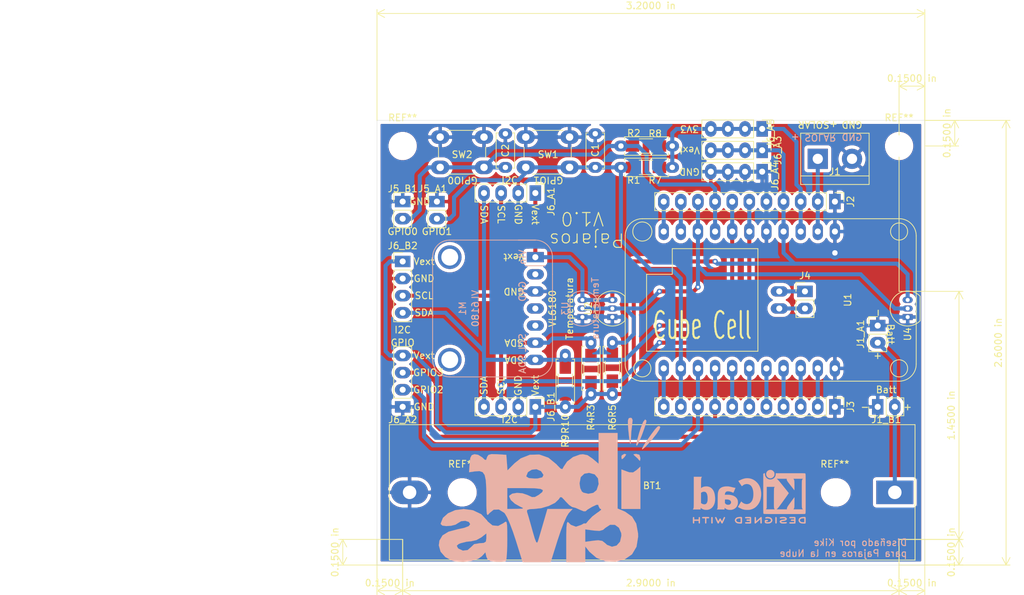
<source format=kicad_pcb>
(kicad_pcb (version 20171130) (host pcbnew "(5.1.6)-1")
  (title_block (title "Placa Adaptadora para CubeCell Board HTCC-AB01 ") (date 2020-04-07) (rev 1.0))
  (layers (0 F.Cu signal) (31 B.Cu signal) (34 B.Paste user hide) (35 F.Paste user hide) (36 B.SilkS user) (37 F.SilkS user) (38 B.Mask user hide) (39 F.Mask user hide) (44 Edge.Cuts user))
  (net 0 "")
  (net 1 +BATT)
  (net 2 GND)
  (net 3 /GPIO1)
  (net 4 "Net-(J2-Pad11)")
  (net 5 "Net-(J2-Pad10)")
  (net 6 /SDA)
  (net 7 /SCL)
  (net 8 /VEXT)
  (net 9 +3V3)
  (net 10 "Net-(J3-Pad2)")
  (net 11 "Net-(J3-Pad3)")
  (net 12 "Net-(J3-Pad4)")
  (net 13 "Net-(J3-Pad5)")
  (net 14 "Net-(J3-Pad6)")
  (net 15 "Net-(J3-Pad7)")
  (net 16 /GPIO2)
  (net 17 "Net-(J3-Pad11)")
  (net 18 /GPIO0)
  (net 19 /V+solar)
  (net 20 /GPIO5)
  (net 21 /GPIO3)
  (net 22 /GPIO7)
  (net 23 /GPIO6)
  (module Custom_lib:ibercivis (layer B.Cu) (at 115.57 120.65 180)
    (fp_text reference G*** hide)
    (fp_text value LOGO hide)
  )
  (module Symbols:KiCad-Logo2_8mm_SilkScreen (layer B.Cu) (at 144.145 121.92 180)
    (fp_text reference REF*** hide)
    (fp_text value KiCad-Logo2_8mm_SilkScreen hide)
  )
  (module Mounting_Holes:MountingHole_3.2mm_M3 (layer F.Cu) (at 101.6 121.285)
    (fp_text reference REF** (at 0 -4.2) (layer F.SilkS))
    (fp_text value MountingHole_3.2mm_M3)
    (pad 1 np_thru_hole circle (at 0 0) (size 3.2 3.2) (drill 3.2) (layers *.Cu *.Mask))
  )
  (module Mounting_Holes:MountingHole_3.2mm_M3 (layer F.Cu) (at 156.845 121.285)
    (fp_text reference REF** (at 0 -4.2) (layer F.SilkS))
    (fp_text value MountingHole_3.2mm_M3)
    (pad 1 np_thru_hole circle (at 0 0) (size 3.2 3.2) (drill 3.2) (layers *.Cu *.Mask))
  )
  (module Mounting_Holes:MountingHole_3.2mm_M3 (layer F.Cu) (at 166.37 69.85)
    (fp_text reference REF** (at 0 -4.2) (layer F.SilkS))
    (fp_text value MountingHole_3.2mm_M3)
    (pad 1 np_thru_hole circle (at 0 0) (size 3.2 3.2) (drill 3.2) (layers *.Cu *.Mask))
  )
  (module Mounting_Holes:MountingHole_3.2mm_M3 (layer F.Cu) (at 92.71 69.85)
    (fp_text reference REF** (at 0 -4.2) (layer F.SilkS))
    (fp_text value MountingHole_3.2mm_M3)
    (pad 1 np_thru_hole circle (at 0 0) (size 3.2 3.2) (drill 3.2) (layers *.Cu *.Mask))
  )
  (module Custom_lib:VL6180x (layer B.Cu) (at 112.395 93.98 270)
    (fp_text reference M1 (at 0 10.795 270) (layer B.SilkS) (effects (justify mirror)))
    (fp_text value VL6180)
    (fp_text user SDA (at 8.255 1.905 270) (layer B.SilkS) (effects (justify mirror)))
    (fp_text user SCL (at 5.08 1.905 270) (layer B.SilkS) (effects (justify mirror)))
    (fp_text user GND (at -2.54 1.905 270) (layer B.SilkS) (effects (justify mirror)))
    (fp_text user Vin (at -7.62 1.905 270) (layer B.SilkS) (effects (justify mirror)))
    (pad 7 thru_hole oval (at 7.62 0 270) (size 1.524 2.524) (drill 0.9) (layers *.Cu *.Mask) (net 6 /SDA))
    (pad 6 thru_hole oval (at 5.08 0 270) (size 1.524 2.524) (drill 0.9) (layers *.Cu *.Mask) (net 7 /SCL))
    (pad 5 thru_hole oval (at 2.54 0 270) (size 1.524 2.524) (drill 0.9) (layers *.Cu *.Mask))
    (pad 4 thru_hole oval (at 0 0 270) (size 1.524 2.524) (drill 0.9) (layers *.Cu *.Mask))
    (pad 3 thru_hole oval (at -2.54 0 270) (size 1.524 2.524) (drill 0.9) (layers *.Cu *.Mask) (net 2 GND))
    (pad P$2 thru_hole circle (at 7.62 12.7 270) (size 3.51 3.51) (drill 2.5) (layers *.Cu *.Mask))
    (pad 1 thru_hole rect (at -7.62 0 270) (size 1.524 2.524) (drill 0.9) (layers *.Cu *.Mask) (net 8 /VEXT))
    (pad 2 thru_hole oval (at -5.08 0 270) (size 1.524 2.524) (drill 0.9) (layers *.Cu *.Mask))
    (pad P$1 thru_hole circle (at -7.62 12.7 270) (size 3.51 3.51) (drill 2.5) (layers *.Cu *.Mask))
  )
  (module Custom_lib:BatteryHolder_MPD_BH-18650-PC2 (layer F.Cu) (at 165.735 121.285 180)
    (fp_text reference BT1 (at 36 1) (layer F.SilkS))
    (fp_text value Battery_Cell)
    (pad "" np_thru_hole circle (at 64.255 0 180) (size 3.2 3.2) (drill 3.2) (layers *.Cu *.Mask))
    (pad "" np_thru_hole circle (at 8.645 0 180) (size 3.2 3.2) (drill 3.2) (layers *.Cu *.Mask))
    (pad 1 thru_hole rect (at 0 0 180) (size 5.5 3.5) (drill 2) (layers *.Cu *.Mask) (net 1 +BATT))
    (pad 2 thru_hole oval (at 72 0 180) (size 5.5 3.5) (drill 2) (layers *.Cu *.Mask) (net 2 GND))
  )
  (module Custom_lib:C_Disc_D5.0mm_W2.5mm_P5.00mm (layer F.Cu) (at 121.285 73.025 90)
    (fp_text reference C1 (at 2.54 0 90) (layer F.SilkS))
    (fp_text value 1uF)
    (pad 1 thru_hole oval (at 0 0 90) (size 1.6 2) (drill 0.8) (layers *.Cu *.Mask) (net 3 /GPIO1))
    (pad 2 thru_hole oval (at 5 0 90) (size 1.6 2) (drill 0.8) (layers *.Cu *.Mask) (net 2 GND))
  )
  (module Custom_lib:C_Disc_D5.0mm_W2.5mm_P5.00mm (layer F.Cu) (at 107.95 73.025 90)
    (fp_text reference C2 (at 2.5 0 90) (layer F.SilkS))
    (fp_text value 1uF)
    (pad 2 thru_hole oval (at 5 0 90) (size 1.6 2) (drill 0.8) (layers *.Cu *.Mask) (net 2 GND))
    (pad 1 thru_hole oval (at 0 0 90) (size 1.6 2) (drill 0.8) (layers *.Cu *.Mask) (net 18 /GPIO0))
  )
  (module Custom_lib:R_Axial_DIN0207_L6.3mm_D2.5mm_P7.62mm_Horizontal (layer F.Cu) (at 125.095 73.025)
    (fp_text reference R1 (at 1.905 1.905) (layer F.SilkS))
    (fp_text value 10K)
    (pad 1 thru_hole oval (at 0 0) (size 2 1.6) (drill 0.8) (layers *.Cu *.Mask) (net 3 /GPIO1))
    (pad 2 thru_hole oval (at 7.62 0) (size 2 1.6) (drill 0.8) (layers *.Cu *.Mask) (net 9 +3V3))
  )
  (module Custom_lib:R_Axial_DIN0207_L6.3mm_D2.5mm_P7.62mm_Horizontal (layer F.Cu) (at 125.095 69.85)
    (fp_text reference R2 (at 1.905 -1.905) (layer F.SilkS))
    (fp_text value 10K)
    (pad 2 thru_hole oval (at 7.62 0) (size 2 1.6) (drill 0.8) (layers *.Cu *.Mask) (net 9 +3V3))
    (pad 1 thru_hole oval (at 0 0) (size 2 1.6) (drill 0.8) (layers *.Cu *.Mask) (net 18 /GPIO0))
  )
  (module Custom_lib:R_Axial_DIN0207_L6.3mm_D2.5mm_P7.62mm_Horizontal (layer F.Cu) (at 116.84 100.965 270)
    (fp_text reference R3 (at 8.255 -3.81 90) (layer F.SilkS))
    (fp_text value 10K)
    (pad 1 thru_hole oval (at 0 0 270) (size 2 1.6) (drill 0.8) (layers *.Cu *.Mask) (net 6 /SDA))
    (pad 2 thru_hole oval (at 7.62 0 270) (size 2 1.6) (drill 0.8) (layers *.Cu *.Mask) (net 8 /VEXT))
  )
  (module Custom_lib:R_Axial_DIN0207_L6.3mm_D2.5mm_P7.62mm_Horizontal (layer F.Cu) (at 120.65 99.06 270)
    (fp_text reference R4 (at 12.065 0 90) (layer F.SilkS))
    (fp_text value 10K)
    (pad 2 thru_hole oval (at 7.62 0 270) (size 2 1.6) (drill 0.8) (layers *.Cu *.Mask) (net 8 /VEXT))
    (pad 1 thru_hole oval (at 0 0 270) (size 2 1.6) (drill 0.8) (layers *.Cu *.Mask) (net 7 /SCL))
  )
  (module Custom_lib:SW_PUSH_6mm_H5mm (layer F.Cu) (at 117.475 73.025 180)
    (fp_text reference SW1 (at 3.175 1.905) (layer F.SilkS))
    (fp_text value SW_Push)
    (pad 1 thru_hole oval (at 6.5 0 270) (size 2 2.7) (drill 1.1) (layers *.Cu *.Mask) (net 3 /GPIO1))
    (pad 2 thru_hole oval (at 6.5 4.5 270) (size 2 2.7) (drill 1.1) (layers *.Cu *.Mask) (net 2 GND))
    (pad 1 thru_hole oval (at 0 0 270) (size 2 2.7) (drill 1.1) (layers *.Cu *.Mask) (net 3 /GPIO1))
    (pad 2 thru_hole oval (at 0 4.5 270) (size 2 2.7) (drill 1.1) (layers *.Cu *.Mask) (net 2 GND))
  )
  (module Custom_lib:SW_PUSH_6mm_H5mm (layer F.Cu) (at 104.775 73.025 180)
    (fp_text reference SW2 (at 3.25 1.905) (layer F.SilkS))
    (fp_text value SW_Push)
    (pad 2 thru_hole oval (at 0 4.5 270) (size 2 2.7) (drill 1.1) (layers *.Cu *.Mask) (net 2 GND))
    (pad 1 thru_hole oval (at 0 0 270) (size 2 2.7) (drill 1.1) (layers *.Cu *.Mask) (net 18 /GPIO0))
    (pad 2 thru_hole oval (at 6.5 4.5 270) (size 2 2.7) (drill 1.1) (layers *.Cu *.Mask) (net 2 GND))
    (pad 1 thru_hole oval (at 6.5 0 270) (size 2 2.7) (drill 1.1) (layers *.Cu *.Mask) (net 18 /GPIO0))
  )
  (module Custom_lib:CubeCell_HTCC-AB01 (layer F.Cu) (at 144.145 92.71 270)
    (fp_text reference U1 (at 0 -14.605 90) (layer F.SilkS))
    (fp_text value CUBECELL_HTCC-AB01)
    (fp_text user "Cube Cell" (at 3.81 6.985 180) (layer F.SilkS) (effects (font (size 4 2) (thickness 0.3))))
    (pad 24 thru_hole oval (at 1.27 -4.445 270) (size 1.524 2.524) (drill 0.9) (layers *.Cu *.Mask) (net 23 /GPIO6))
    (pad 23 thru_hole oval (at -1.27 -4.445 270) (size 1.524 2.524) (drill 0.9) (layers *.Cu *.Mask) (net 22 /GPIO7))
    (pad 12 thru_hole oval (at 10.16 12.7 270) (size 2.524 1.524) (drill 0.9) (layers *.Cu *.Mask) (net 17 "Net-(J3-Pad11)"))
    (pad 13 thru_hole oval (at 10.16 10.16 270) (size 2.524 1.524) (drill 0.9) (layers *.Cu *.Mask) (net 3 /GPIO1))
    (pad 14 thru_hole oval (at 10.16 7.62 270) (size 2.524 1.524) (drill 0.9) (layers *.Cu *.Mask) (net 16 /GPIO2))
    (pad 15 thru_hole oval (at 10.16 5.08 270) (size 2.524 1.524) (drill 0.9) (layers *.Cu *.Mask) (net 21 /GPIO3))
    (pad 16 thru_hole oval (at 10.16 2.54 270) (size 2.524 1.524) (drill 0.9) (layers *.Cu *.Mask) (net 15 "Net-(J3-Pad7)"))
    (pad 17 thru_hole oval (at 10.16 0 270) (size 2.524 1.524) (drill 0.9) (layers *.Cu *.Mask) (net 14 "Net-(J3-Pad6)"))
    (pad 18 thru_hole oval (at 10.16 -2.54 270) (size 2.524 1.524) (drill 0.9) (layers *.Cu *.Mask) (net 13 "Net-(J3-Pad5)"))
    (pad 19 thru_hole oval (at 10.16 -5.08 270) (size 2.524 1.524) (drill 0.9) (layers *.Cu *.Mask) (net 12 "Net-(J3-Pad4)"))
    (pad 20 thru_hole oval (at 10.16 -7.62 270) (size 2.524 1.524) (drill 0.9) (layers *.Cu *.Mask) (net 11 "Net-(J3-Pad3)"))
    (pad 21 thru_hole oval (at 10.16 -10.16 270) (size 2.524 1.524) (drill 0.9) (layers *.Cu *.Mask) (net 10 "Net-(J3-Pad2)"))
    (pad 11 thru_hole oval (at -10.16 12.7 270) (size 2.524 1.524) (drill 0.9) (layers *.Cu *.Mask) (net 4 "Net-(J2-Pad11)"))
    (pad 10 thru_hole oval (at -10.16 10.16 270) (size 2.524 1.524) (drill 0.9) (layers *.Cu *.Mask) (net 5 "Net-(J2-Pad10)"))
    (pad 9 thru_hole oval (at -10.16 7.62 270) (size 2.524 1.524) (drill 0.9) (layers *.Cu *.Mask) (net 20 /GPIO5))
    (pad 8 thru_hole oval (at -10.16 5.08 270) (size 2.524 1.524) (drill 0.9) (layers *.Cu *.Mask) (net 18 /GPIO0))
    (pad 7 thru_hole oval (at -10.16 2.54 270) (size 2.524 1.524) (drill 0.9) (layers *.Cu *.Mask) (net 6 /SDA))
    (pad 6 thru_hole oval (at -10.16 0 270) (size 2.524 1.524) (drill 0.9) (layers *.Cu *.Mask) (net 7 /SCL))
    (pad 5 thru_hole oval (at -10.16 -2.54 270) (size 2.524 1.524) (drill 0.9) (layers *.Cu *.Mask) (net 2 GND))
    (pad 4 thru_hole oval (at -10.16 -5.08 270) (size 2.524 1.524) (drill 0.9) (layers *.Cu *.Mask) (net 8 /VEXT))
    (pad 3 thru_hole oval (at -10.16 -7.62 270) (size 2.524 1.524) (drill 0.9) (layers *.Cu *.Mask) (net 9 +3V3))
    (pad 2 thru_hole oval (at -10.16 -10.16 270) (size 2.524 1.524) (drill 0.9) (layers *.Cu *.Mask) (net 19 /V+solar))
    (pad 22 thru_hole oval (at 10.16 -12.7 270) (size 2.524 1.524) (drill 0.9) (layers *.Cu *.Mask) (net 2 GND))
    (pad 1 thru_hole oval (at -10.16 -12.7 270) (size 2.524 1.524) (drill 0.9) (layers *.Cu *.Mask) (net 2 GND))
  )
  (module Custom_lib:PinHeader_1x11_P2.54mm_Vertical (layer F.Cu) (at 156.845 78.105 270)
    (fp_text reference J2 (at 0 -2.33 90) (layer F.SilkS))
    (fp_text value CONECTOR_A)
    (pad 1 thru_hole rect (at 0 0 270) (size 2.3 1.7) (drill 0.9) (layers *.Cu *.Mask) (net 2 GND))
    (pad 2 thru_hole oval (at 0 2.54 270) (size 2.3 1.7) (drill 0.9) (layers *.Cu *.Mask) (net 19 /V+solar))
    (pad 3 thru_hole oval (at 0 5.08 270) (size 2.3 1.7) (drill 0.9) (layers *.Cu *.Mask) (net 9 +3V3))
    (pad 4 thru_hole oval (at 0 7.62 270) (size 2.3 1.7) (drill 0.9) (layers *.Cu *.Mask) (net 8 /VEXT))
    (pad 5 thru_hole oval (at 0 10.16 270) (size 2.3 1.7) (drill 0.9) (layers *.Cu *.Mask) (net 2 GND))
    (pad 6 thru_hole oval (at 0 12.7 270) (size 2.3 1.7) (drill 0.9) (layers *.Cu *.Mask) (net 7 /SCL))
    (pad 7 thru_hole oval (at 0 15.24 270) (size 2.3 1.7) (drill 0.9) (layers *.Cu *.Mask) (net 6 /SDA))
    (pad 8 thru_hole oval (at 0 17.78 270) (size 2.3 1.7) (drill 0.9) (layers *.Cu *.Mask) (net 18 /GPIO0))
    (pad 9 thru_hole oval (at 0 20.32 270) (size 2.3 1.7) (drill 0.9) (layers *.Cu *.Mask) (net 20 /GPIO5))
    (pad 10 thru_hole oval (at 0 22.86 270) (size 2.3 1.7) (drill 0.9) (layers *.Cu *.Mask) (net 5 "Net-(J2-Pad10)"))
    (pad 11 thru_hole oval (at 0 25.4 270) (size 2.3 1.7) (drill 0.9) (layers *.Cu *.Mask) (net 4 "Net-(J2-Pad11)"))
  )
  (module Custom_lib:PinHeader_1x11_P2.54mm_Vertical (layer F.Cu) (at 156.845 108.585 270)
    (fp_text reference J3 (at 0 -2.33 90) (layer F.SilkS))
    (fp_text value CONECTOR_B)
    (pad 1 thru_hole rect (at 0 0 270) (size 2.3 1.7) (drill 0.9) (layers *.Cu *.Mask) (net 2 GND))
    (pad 2 thru_hole oval (at 0 2.54 270) (size 2.3 1.7) (drill 0.9) (layers *.Cu *.Mask) (net 10 "Net-(J3-Pad2)"))
    (pad 3 thru_hole oval (at 0 5.08 270) (size 2.3 1.7) (drill 0.9) (layers *.Cu *.Mask) (net 11 "Net-(J3-Pad3)"))
    (pad 4 thru_hole oval (at 0 7.62 270) (size 2.3 1.7) (drill 0.9) (layers *.Cu *.Mask) (net 12 "Net-(J3-Pad4)"))
    (pad 5 thru_hole oval (at 0 10.16 270) (size 2.3 1.7) (drill 0.9) (layers *.Cu *.Mask) (net 13 "Net-(J3-Pad5)"))
    (pad 6 thru_hole oval (at 0 12.7 270) (size 2.3 1.7) (drill 0.9) (layers *.Cu *.Mask) (net 14 "Net-(J3-Pad6)"))
    (pad 7 thru_hole oval (at 0 15.24 270) (size 2.3 1.7) (drill 0.9) (layers *.Cu *.Mask) (net 15 "Net-(J3-Pad7)"))
    (pad 8 thru_hole oval (at 0 17.78 270) (size 2.3 1.7) (drill 0.9) (layers *.Cu *.Mask) (net 21 /GPIO3))
    (pad 9 thru_hole oval (at 0 20.32 270) (size 2.3 1.7) (drill 0.9) (layers *.Cu *.Mask) (net 16 /GPIO2))
    (pad 10 thru_hole oval (at 0 22.86 270) (size 2.3 1.7) (drill 0.9) (layers *.Cu *.Mask) (net 3 /GPIO1))
    (pad 11 thru_hole oval (at 0 25.4 270) (size 2.3 1.7) (drill 0.9) (layers *.Cu *.Mask) (net 17 "Net-(J3-Pad11)"))
  )
  (module Custom_lib:PinHeader_1x02_P2.54mm_Vertical_custom (layer F.Cu) (at 152.4 91.44)
    (fp_text reference J4 (at 0 -2.33) (layer F.SilkS))
    (fp_text value extras)
    (pad 1 thru_hole rect (at 0 0) (size 2.3 1.7) (drill 0.9) (layers *.Cu *.Mask) (net 22 /GPIO7))
    (pad 2 thru_hole oval (at 0 2.54) (size 2.3 1.7) (drill 0.9) (layers *.Cu *.Mask) (net 23 /GPIO6))
  )
  (module Custom_lib:PinHeader_1x02_P2.54mm_Vertical_custom (layer F.Cu) (at 163.195 96.52)
    (fp_text reference J1_A1 (at -2.54 1.27 90) (layer F.SilkS))
    (fp_text value BAT_1)
    (pad 1 thru_hole rect (at 0 0) (size 2.3 1.7) (drill 0.9) (layers *.Cu *.Mask) (net 2 GND))
    (pad 2 thru_hole oval (at 0 2.54) (size 2.3 1.7) (drill 0.9) (layers *.Cu *.Mask) (net 1 +BATT))
  )
  (module Custom_lib:PinHeader_1x02_P2.54mm_Vertical_custom (layer F.Cu) (at 163.195 108.585 90)
    (fp_text reference J1_B1 (at -1.905 1.27 180) (layer F.SilkS))
    (fp_text value BAT_2)
    (pad 1 thru_hole rect (at 0 0 90) (size 2.3 1.7) (drill 0.9) (layers *.Cu *.Mask) (net 2 GND))
    (pad 2 thru_hole oval (at 0 2.54 90) (size 2.3 1.7) (drill 0.9) (layers *.Cu *.Mask) (net 1 +BATT))
  )
  (module Custom_lib:PinHeader_1x02_P2.54mm_Vertical_custom (layer F.Cu) (at 97.79 78.105)
    (fp_text reference J5_A1 (at -0.635 -1.905) (layer F.SilkS))
    (fp_text value INT1)
    (pad 1 thru_hole rect (at 0 0) (size 2.3 1.7) (drill 0.9) (layers *.Cu *.Mask) (net 2 GND))
    (pad 2 thru_hole oval (at 0 2.54) (size 2.3 1.7) (drill 0.9) (layers *.Cu *.Mask) (net 3 /GPIO1))
  )
  (module Custom_lib:PinHeader_1x02_P2.54mm_Vertical_custom (layer F.Cu) (at 92.71 78.105)
    (fp_text reference J5_B1 (at 0 -1.905) (layer F.SilkS))
    (fp_text value INT2)
    (pad 1 thru_hole rect (at 0 0) (size 2.3 1.7) (drill 0.9) (layers *.Cu *.Mask) (net 2 GND))
    (pad 2 thru_hole oval (at 0 2.54) (size 2.3 1.7) (drill 0.9) (layers *.Cu *.Mask) (net 18 /GPIO0))
  )
  (module Custom_lib:PinHeader_1x04_P2.54mm_Vertical (layer F.Cu) (at 112.395 76.835 270)
    (fp_text reference J6_A1 (at 1.27 -2.33 90) (layer F.SilkS))
    (fp_text value I2C_A)
    (pad 1 thru_hole rect (at 0 0 270) (size 2.3 1.7) (drill 0.9) (layers *.Cu *.Mask) (net 8 /VEXT))
    (pad 2 thru_hole oval (at 0 2.54 270) (size 2.3 1.7) (drill 0.9) (layers *.Cu *.Mask) (net 2 GND))
    (pad 3 thru_hole oval (at 0 5.08 270) (size 2.3 1.7) (drill 0.9) (layers *.Cu *.Mask) (net 7 /SCL))
    (pad 4 thru_hole oval (at 0 7.62 270) (size 2.3 1.7) (drill 0.9) (layers *.Cu *.Mask) (net 6 /SDA))
  )
  (module Custom_lib:PinHeader_1x04_P2.54mm_Vertical (layer F.Cu) (at 112.395 108.585 270)
    (fp_text reference J6_B1 (at 0 -2.33 90) (layer F.SilkS))
    (fp_text value I2C_B)
    (pad 1 thru_hole rect (at 0 0 270) (size 2.3 1.7) (drill 0.9) (layers *.Cu *.Mask) (net 8 /VEXT))
    (pad 2 thru_hole oval (at 0 2.54 270) (size 2.3 1.7) (drill 0.9) (layers *.Cu *.Mask) (net 2 GND))
    (pad 3 thru_hole oval (at 0 5.08 270) (size 2.3 1.7) (drill 0.9) (layers *.Cu *.Mask) (net 7 /SCL))
    (pad 4 thru_hole oval (at 0 7.62 270) (size 2.3 1.7) (drill 0.9) (layers *.Cu *.Mask) (net 6 /SDA))
  )
  (module Terminal_Blocks:TerminalBlock_bornier-2_P5.08mm (layer F.Cu) (at 154.305 71.755)
    (fp_text reference J1 (at 2.54 1.905) (layer F.SilkS))
    (fp_text value "Solar Cell")
    (pad 2 thru_hole circle (at 5.08 0) (size 3 3) (drill 1.52) (layers *.Cu *.Mask) (net 2 GND))
    (pad 1 thru_hole rect (at 0 0) (size 3 3) (drill 1.52) (layers *.Cu *.Mask) (net 19 /V+solar))
  )
  (module Custom_lib:R_Axial_DIN0207_L6.3mm_D2.5mm_P7.62mm_Horizontal (layer F.Cu) (at 123.825 99.06 270)
    (fp_text reference R5 (at 10.16 0 90) (layer F.SilkS))
    (fp_text value 10K)
    (pad 2 thru_hole oval (at 7.62 0 270) (size 2 1.6) (drill 0.8) (layers *.Cu *.Mask) (net 8 /VEXT))
    (pad 1 thru_hole oval (at 0 0 270) (size 2 1.6) (drill 0.8) (layers *.Cu *.Mask) (net 20 /GPIO5))
  )
  (module Resistors_SMD:R_1206_HandSoldering (layer F.Cu) (at 123.825 102.775 270)
    (fp_text reference R6 (at 8.35 0 90) (layer F.SilkS))
    (fp_text value 10K)
    (pad 1 smd rect (at -2 0 270) (size 2 1.7) (layers F.Cu F.Paste F.Mask) (net 20 /GPIO5))
    (pad 2 smd rect (at 2 0 270) (size 2 1.7) (layers F.Cu F.Paste F.Mask) (net 8 /VEXT))
  )
  (module Resistors_SMD:R_1206_HandSoldering (layer F.Cu) (at 128.81 73.025)
    (fp_text reference R7 (at 1.365 1.905) (layer F.SilkS))
    (fp_text value 10K)
    (pad 1 smd rect (at -2 0) (size 2 1.7) (layers F.Cu F.Paste F.Mask) (net 3 /GPIO1))
    (pad 2 smd rect (at 2 0) (size 2 1.7) (layers F.Cu F.Paste F.Mask) (net 9 +3V3))
  )
  (module Resistors_SMD:R_1206_HandSoldering (layer F.Cu) (at 128.81 69.85)
    (fp_text reference R8 (at 1.365 -1.85) (layer F.SilkS))
    (fp_text value 10K)
    (pad 2 smd rect (at 2 0) (size 2 1.7) (layers F.Cu F.Paste F.Mask) (net 9 +3V3))
    (pad 1 smd rect (at -2 0) (size 2 1.7) (layers F.Cu F.Paste F.Mask) (net 18 /GPIO0))
  )
  (module Resistors_SMD:R_1206_HandSoldering (layer F.Cu) (at 120.65 102.965 90)
    (fp_text reference R9 (at -10.7 -3.81 90) (layer F.SilkS))
    (fp_text value 10K)
    (pad 2 smd rect (at 2 0 90) (size 2 1.7) (layers F.Cu F.Paste F.Mask) (net 7 /SCL))
    (pad 1 smd rect (at -2 0 90) (size 2 1.7) (layers F.Cu F.Paste F.Mask) (net 8 /VEXT))
  )
  (module Resistors_SMD:R_1206_HandSoldering (layer F.Cu) (at 116.84 104.68 90)
    (fp_text reference R10 (at -6.445 0 90) (layer F.SilkS))
    (fp_text value 10K)
    (pad 2 smd rect (at 2 0 90) (size 2 1.7) (layers F.Cu F.Paste F.Mask) (net 6 /SDA))
    (pad 1 smd rect (at -2 0 90) (size 2 1.7) (layers F.Cu F.Paste F.Mask) (net 8 /VEXT))
  )
  (module TO_SOT_Packages_THT:TO-92_Inline_Narrow_Oval (layer F.Cu) (at 123.825 95.25 90)
    (fp_text reference U2 (at 1.27 -3.56 90) (layer F.SilkS))
    (fp_text value DS18B20)
    (pad 1 thru_hole rect (at 0 0 270) (size 0.9 1.5) (drill 0.6) (layers *.Cu *.Mask) (net 2 GND))
    (pad 3 thru_hole oval (at 2.54 0 270) (size 0.9 1.5) (drill 0.6) (layers *.Cu *.Mask) (net 8 /VEXT))
    (pad 2 thru_hole oval (at 1.27 0 270) (size 0.9 1.5) (drill 0.6) (layers *.Cu *.Mask) (net 20 /GPIO5))
  )
  (module TO_SOT_Packages_THT:TO-92_Inline_Narrow_Oval (layer B.Cu) (at 119.38 95.25 90)
    (fp_text reference U3 (at 1.27 -2.54 270) (layer B.SilkS) (effects (justify mirror)))
    (fp_text value DS18B20)
    (pad 2 thru_hole oval (at 1.27 0 270) (size 0.9 1.5) (drill 0.6) (layers *.Cu *.Mask) (net 20 /GPIO5))
    (pad 3 thru_hole oval (at 2.54 0 270) (size 0.9 1.5) (drill 0.6) (layers *.Cu *.Mask) (net 8 /VEXT))
    (pad 1 thru_hole rect (at 0 0 270) (size 0.9 1.5) (drill 0.6) (layers *.Cu *.Mask) (net 2 GND))
  )
  (module TO_SOT_Packages_THT:TO-92_Inline_Narrow_Oval (layer F.Cu) (at 167.64 95.25 90)
    (fp_text reference U4 (at -2.54 0 90) (layer F.SilkS))
    (fp_text value DS18B20)
    (pad 1 thru_hole rect (at 0 0 270) (size 0.9 1.5) (drill 0.6) (layers *.Cu *.Mask) (net 2 GND))
    (pad 3 thru_hole oval (at 2.54 0 270) (size 0.9 1.5) (drill 0.6) (layers *.Cu *.Mask) (net 8 /VEXT))
    (pad 2 thru_hole oval (at 1.27 0 270) (size 0.9 1.5) (drill 0.6) (layers *.Cu *.Mask) (net 20 /GPIO5))
  )
  (module Custom_lib:PinHeader_1x04_P2.54mm_Vertical (layer F.Cu) (at 92.71 86.995)
    (fp_text reference J6_B2 (at 0 -2.33) (layer F.SilkS))
    (fp_text value I2C_c)
    (pad 4 thru_hole oval (at 0 7.62) (size 2.3 1.7) (drill 0.9) (layers *.Cu *.Mask) (net 6 /SDA))
    (pad 3 thru_hole oval (at 0 5.08) (size 2.3 1.7) (drill 0.9) (layers *.Cu *.Mask) (net 7 /SCL))
    (pad 2 thru_hole oval (at 0 2.54) (size 2.3 1.7) (drill 0.9) (layers *.Cu *.Mask) (net 2 GND))
    (pad 1 thru_hole rect (at 0 0) (size 2.3 1.7) (drill 0.9) (layers *.Cu *.Mask) (net 8 /VEXT))
  )
  (module Custom_lib:PinHeader_1x04_P2.54mm_Vertical (layer F.Cu) (at 92.71 108.585 180)
    (fp_text reference J6_A2 (at 0 -1.905) (layer F.SilkS))
    (fp_text value GPIO)
    (pad 4 thru_hole oval (at 0 7.62 180) (size 2.3 1.7) (drill 0.9) (layers *.Cu *.Mask) (net 8 /VEXT))
    (pad 3 thru_hole oval (at 0 5.08 180) (size 2.3 1.7) (drill 0.9) (layers *.Cu *.Mask) (net 21 /GPIO3))
    (pad 2 thru_hole oval (at 0 2.54 180) (size 2.3 1.7) (drill 0.9) (layers *.Cu *.Mask) (net 16 /GPIO2))
    (pad 1 thru_hole rect (at 0 0 180) (size 2.3 1.7) (drill 0.9) (layers *.Cu *.Mask) (net 2 GND))
  )
  (module Custom_lib:PinHeader_1x04_P2.54mm_Vertical (layer F.Cu) (at 146.05 70.485 270)
    (fp_text reference J6_A3 (at 0 -2.33 90) (layer F.SilkS))
    (fp_text value VEXT)
    (pad 4 thru_hole oval (at 0 7.62 270) (size 2.3 1.7) (drill 0.9) (layers *.Cu *.Mask) (net 8 /VEXT))
    (pad 3 thru_hole oval (at 0 5.08 270) (size 2.3 1.7) (drill 0.9) (layers *.Cu *.Mask) (net 8 /VEXT))
    (pad 2 thru_hole oval (at 0 2.54 270) (size 2.3 1.7) (drill 0.9) (layers *.Cu *.Mask) (net 8 /VEXT))
    (pad 1 thru_hole rect (at 0 0 270) (size 2.3 1.7) (drill 0.9) (layers *.Cu *.Mask) (net 8 /VEXT))
  )
  (module Custom_lib:PinHeader_1x04_P2.54mm_Vertical (layer F.Cu) (at 146.05 73.66 270)
    (fp_text reference J6_A4 (at 0.635 -1.905 90) (layer F.SilkS))
    (fp_text value GND)
    (pad 1 thru_hole rect (at 0 0 270) (size 2.3 1.7) (drill 0.9) (layers *.Cu *.Mask) (net 2 GND))
    (pad 2 thru_hole oval (at 0 2.54 270) (size 2.3 1.7) (drill 0.9) (layers *.Cu *.Mask) (net 2 GND))
    (pad 3 thru_hole oval (at 0 5.08 270) (size 2.3 1.7) (drill 0.9) (layers *.Cu *.Mask) (net 2 GND))
    (pad 4 thru_hole oval (at 0 7.62 270) (size 2.3 1.7) (drill 0.9) (layers *.Cu *.Mask) (net 2 GND))
  )
  (module Custom_lib:PinHeader_1x04_P2.54mm_Vertical (layer F.Cu) (at 146.05 67.31 270)
    (fp_text reference J6_A5 (at 0.635 -1.27 90) (layer F.SilkS))
    (fp_text value 3V3)
    (pad 4 thru_hole oval (at 0 7.62 270) (size 2.3 1.7) (drill 0.9) (layers *.Cu *.Mask) (net 9 +3V3))
    (pad 3 thru_hole oval (at 0 5.08 270) (size 2.3 1.7) (drill 0.9) (layers *.Cu *.Mask) (net 9 +3V3))
    (pad 2 thru_hole oval (at 0 2.54 270) (size 2.3 1.7) (drill 0.9) (layers *.Cu *.Mask) (net 9 +3V3))
    (pad 1 thru_hole rect (at 0 0 270) (size 2.3 1.7) (drill 0.9) (layers *.Cu *.Mask) (net 9 +3V3))
  )
  (gr_text VL6180 (at 114.935 93.98 90) (layer F.SilkS) (effects (font (size 1 1))))
  (gr_text GPIO (at 92.71 99.06) (layer F.SilkS) (effects (font (size 1 1))))
  (gr_text V1.0 (at 119.38 80.645 180) (layer F.SilkS) (effects (font (size 2 2))))
  (gr_text Pajaros (at 120.015 83.82 180) (layer F.SilkS) (effects (font (size 2 2))))
  (gr_text Temperatura (at 117.475 93.98 90) (layer F.SilkS) (effects (font (size 1 1))))
  (gr_text Vext (at 109.22 86.36 180) (layer F.SilkS) (effects (font (size 1 1))))
  (gr_text GND (at 109.22 91.44 180) (layer F.SilkS) (effects (font (size 1 1))))
  (gr_text SDA (at 109.22 99.06 180) (layer F.SilkS) (effects (font (size 1 1))))
  (gr_text SDA (at 109.22 101.6 180) (layer F.SilkS) (effects (font (size 1 1))))
  (gr_text Vext (at 95.885 100.965) (layer F.SilkS) (effects (font (size 1 1))))
  (gr_text GND (at 95.885 108.585) (layer F.SilkS) (effects (font (size 1 1))))
  (gr_text GPIO3 (at 96.52 103.505) (layer F.SilkS) (effects (font (size 1 1))))
  (gr_text GPIO2 (at 96.52 106.045) (layer F.SilkS) (effects (font (size 1 1))))
  (gr_text GND (at 95.25 78.105) (layer F.SilkS) (effects (font (size 1 1))))
  (gr_text GPIO1 (at 97.79 82.55) (layer F.SilkS) (effects (font (size 1 1))))
  (gr_text GPIO0 (at 92.71 82.55) (layer F.SilkS) (effects (font (size 1 1))))
  (gr_text GPIO0 (at 101.6 74.93 180) (layer F.SilkS) (effects (font (size 1 1))))
  (gr_text GPIO1 (at 114.3 74.93 180) (layer F.SilkS) (effects (font (size 1 1))))
  (gr_text Vext (at 112.395 80.01 270) (layer F.SilkS) (effects (font (size 1 1))))
  (gr_text GND (at 109.855 80.01 270) (layer F.SilkS) (effects (font (size 1 1))))
  (gr_text SDA (at 104.775 80.01 270) (layer F.SilkS) (effects (font (size 1 1))))
  (gr_text SCL (at 107.315 80.01 270) (layer F.SilkS) (effects (font (size 1 1))))
  (gr_text I2C (at 108.585 74.93) (layer F.SilkS) (effects (font (size 1 1))))
  (gr_text I2C (at 92.71 97.155) (layer F.SilkS) (effects (font (size 1 1))))
  (gr_text I2C (at 108.585 110.49) (layer F.SilkS) (effects (font (size 1 1))))
  (gr_text Vext (at 95.885 86.995) (layer F.SilkS) (effects (font (size 1 1))))
  (gr_text GND (at 95.885 89.535) (layer F.SilkS) (effects (font (size 1 1))))
  (gr_text SDA (at 95.885 94.615) (layer F.SilkS) (effects (font (size 1 1))))
  (gr_text SCL (at 95.885 92.075) (layer F.SilkS) (effects (font (size 1 1))))
  (gr_text Vext (at 112.395 105.41 90) (layer F.SilkS) (effects (font (size 1 1))))
  (gr_text GND (at 109.855 105.41 90) (layer F.SilkS) (effects (font (size 1 1))))
  (gr_text SCL (at 107.315 105.41 90) (layer F.SilkS) (effects (font (size 1 1))))
  (gr_text SDA (at 104.775 105.41 90) (layer F.SilkS) (effects (font (size 1 1))))
  (gr_text 3V3 (at 135.255 67.31 180) (layer F.SilkS) (effects (font (size 1 1))))
  (gr_text Vext (at 135.255 70.485 180) (layer F.SilkS) (effects (font (size 1 1))))
  (gr_text GND (at 135.255 73.66 180) (layer F.SilkS) (effects (font (size 1 1))))
  (gr_text - (at 163.195 94.615 90) (layer F.SilkS) (effects (font (size 1 1))))
  (gr_text + (at 163.195 100.965) (layer F.SilkS) (effects (font (size 1 1))))
  (gr_text Batt (at 165.1 97.79 270) (layer F.SilkS) (effects (font (size 1 1))))
  (gr_text - (at 161.29 108.585) (layer F.SilkS) (effects (font (size 1 1))))
  (gr_text + (at 167.64 108.585) (layer F.SilkS) (effects (font (size 1 1))))
  (gr_text Batt (at 164.465 106.045) (layer F.SilkS) (effects (font (size 1 1))))
  (gr_text Temperatura (at 121.285 93.98 90) (layer B.SilkS) (effects (font (size 1 1)) (justify mirror)))
  (gr_text VL6180 (at 103.505 93.98 90) (layer B.SilkS) (effects (font (size 1 1)) (justify mirror)))
  (gr_text "Diseñado por Kike \npara Pajaros en la Nube" (at 167.64 129.54) (layer B.SilkS) (effects (font (size 1 1)) (justify left mirror)))
  (dimension 3.81 (width 0.12) (layer F.SilkS) (gr_text "3,810 mm" (at 175.895 67.945 270) (layer F.SilkS) (effects (font (size 1 1) (thickness 0.15)))) (feature1 (pts (xy 170.18 69.85) (xy 175.211421 69.85))) (feature2 (pts (xy 170.18 66.04) (xy 175.211421 66.04))) (crossbar (pts (xy 174.625 66.04) (xy 174.625 69.85))) (arrow1a (pts (xy 174.625 69.85) (xy 174.038579 68.723496))) (arrow1b (pts (xy 174.625 69.85) (xy 175.211421 68.723496))) (arrow2a (pts (xy 174.625 66.04) (xy 174.038579 67.166504))) (arrow2b (pts (xy 174.625 66.04) (xy 175.211421 67.166504))))
  (gr_text GND (at 159.385 68.58) (layer B.SilkS) (effects (font (size 1 1)) (justify mirror)))
  (gr_text GND (at 159.385 66.675 180) (layer F.SilkS) (effects (font (size 1 1))))
  (gr_text "+ SOLAR" (at 153.67 68.58 180) (layer B.SilkS) (effects (font (size 1 1)) (justify mirror)))
  (gr_text +SOLAR (at 154.305 66.675 180) (layer F.SilkS) (effects (font (size 1 1))))
  (dimension 36.83 (width 0.12) (layer F.SilkS) (gr_text "36,830 mm" (at 176.53 109.855 90) (layer F.SilkS) (effects (font (size 1 1) (thickness 0.15)))) (feature1 (pts (xy 166.37 91.44) (xy 175.846421 91.44))) (feature2 (pts (xy 166.37 128.27) (xy 175.846421 128.27))) (crossbar (pts (xy 175.26 128.27) (xy 175.26 91.44))) (arrow1a (pts (xy 175.26 91.44) (xy 175.846421 92.566504))) (arrow1b (pts (xy 175.26 91.44) (xy 174.673579 92.566504))) (arrow2a (pts (xy 175.26 128.27) (xy 175.846421 127.143496))) (arrow2b (pts (xy 175.26 128.27) (xy 174.673579 127.143496))))
  (dimension 3.81 (width 0.12) (layer F.SilkS) (gr_text "3,810 mm" (at 168.275 137.16) (layer F.SilkS) (effects (font (size 1 1) (thickness 0.15)))) (feature1 (pts (xy 170.18 128.27) (xy 170.18 136.476421))) (feature2 (pts (xy 166.37 128.27) (xy 166.37 136.476421))) (crossbar (pts (xy 166.37 135.89) (xy 170.18 135.89))) (arrow1a (pts (xy 170.18 135.89) (xy 169.053496 136.476421))) (arrow1b (pts (xy 170.18 135.89) (xy 169.053496 135.303579))) (arrow2a (pts (xy 166.37 135.89) (xy 167.496504 136.476421))) (arrow2b (pts (xy 166.37 135.89) (xy 167.496504 135.303579))))
  (dimension 73.66 (width 0.12) (layer F.SilkS) (gr_text "73,660 mm" (at 129.54 137.159999) (layer F.SilkS) (effects (font (size 1 1) (thickness 0.15)))) (feature1 (pts (xy 166.37 128.27) (xy 166.37 136.47642))) (feature2 (pts (xy 92.71 128.27) (xy 92.71 136.47642))) (crossbar (pts (xy 92.71 135.889999) (xy 166.37 135.889999))) (arrow1a (pts (xy 166.37 135.889999) (xy 165.243496 136.47642))) (arrow1b (pts (xy 166.37 135.889999) (xy 165.243496 135.303578))) (arrow2a (pts (xy 92.71 135.889999) (xy 93.836504 136.47642))) (arrow2b (pts (xy 92.71 135.889999) (xy 93.836504 135.303578))))
  (dimension 3.81 (width 0.12) (layer F.SilkS) (gr_text "3,810 mm" (at 90.805 137.16) (layer F.SilkS) (effects (font (size 1 1) (thickness 0.15)))) (feature1 (pts (xy 88.9 128.27) (xy 88.9 136.476421))) (feature2 (pts (xy 92.71 128.27) (xy 92.71 136.476421))) (crossbar (pts (xy 92.71 135.89) (xy 88.9 135.89))) (arrow1a (pts (xy 88.9 135.89) (xy 90.026504 135.303579))) (arrow1b (pts (xy 88.9 135.89) (xy 90.026504 136.476421))) (arrow2a (pts (xy 92.71 135.89) (xy 91.583496 135.303579))) (arrow2b (pts (xy 92.71 135.89) (xy 91.583496 136.476421))))
  (dimension 66.04 (width 0.12) (layer F.SilkS) (gr_text "66,040 mm" (at 183.515 99.06 90) (layer F.SilkS) (effects (font (size 1 1) (thickness 0.15)))) (feature1 (pts (xy 170.18 66.04) (xy 182.831421 66.04))) (feature2 (pts (xy 170.18 132.08) (xy 182.831421 132.08))) (crossbar (pts (xy 182.245 132.08) (xy 182.245 66.04))) (arrow1a (pts (xy 182.245 66.04) (xy 182.831421 67.166504))) (arrow1b (pts (xy 182.245 66.04) (xy 181.658579 67.166504))) (arrow2a (pts (xy 182.245 132.08) (xy 182.831421 130.953496))) (arrow2b (pts (xy 182.245 132.08) (xy 181.658579 130.953496))))
  (dimension 3.81 (width 0.12) (layer F.SilkS) (gr_text "3,810 mm" (at 176.53 130.175 270) (layer F.SilkS) (effects (font (size 1 1) (thickness 0.15)))) (feature1 (pts (xy 166.37 132.08) (xy 175.846421 132.08))) (feature2 (pts (xy 166.37 128.27) (xy 175.846421 128.27))) (crossbar (pts (xy 175.26 128.27) (xy 175.26 132.08))) (arrow1a (pts (xy 175.26 132.08) (xy 174.673579 130.953496))) (arrow1b (pts (xy 175.26 132.08) (xy 175.846421 130.953496))) (arrow2a (pts (xy 175.26 128.27) (xy 174.673579 129.396504))) (arrow2b (pts (xy 175.26 128.27) (xy 175.846421 129.396504))))
  (gr_line (start 88.9 132.08) (end 88.9 66.04) (layer Edge.Cuts) (width 0.05))
  (gr_line (start 170.18 132.08) (end 88.9 132.08) (layer Edge.Cuts) (width 0.05))
  (gr_line (start 170.18 66.04) (end 170.18 132.08) (layer Edge.Cuts) (width 0.05))
  (gr_line (start 88.9 66.04) (end 170.18 66.04) (layer Edge.Cuts) (width 0.05))
  (dimension 3.81 (width 0.12) (layer F.SilkS) (gr_text "3,810 mm" (at 168.275 59.69) (layer F.SilkS) (effects (font (size 1 1) (thickness 0.15)))) (feature1 (pts (xy 170.18 91.44) (xy 170.18 60.373579))) (feature2 (pts (xy 166.37 91.44) (xy 166.37 60.373579))) (crossbar (pts (xy 166.37 60.96) (xy 170.18 60.96))) (arrow1a (pts (xy 170.18 60.96) (xy 169.053496 61.546421))) (arrow1b (pts (xy 170.18 60.96) (xy 169.053496 60.373579))) (arrow2a (pts (xy 166.37 60.96) (xy 167.496504 61.546421))) (arrow2b (pts (xy 166.37 60.96) (xy 167.496504 60.373579))))
  (dimension 3.81 (width 0.12) (layer F.SilkS) (gr_text "3,810 mm" (at 82.55 130.175 270) (layer F.SilkS) (effects (font (size 1 1) (thickness 0.15)))) (feature1 (pts (xy 92.71 132.08) (xy 83.233579 132.08))) (feature2 (pts (xy 92.71 128.27) (xy 83.233579 128.27))) (crossbar (pts (xy 83.82 128.27) (xy 83.82 132.08))) (arrow1a (pts (xy 83.82 132.08) (xy 83.233579 130.953496))) (arrow1b (pts (xy 83.82 132.08) (xy 84.406421 130.953496))) (arrow2a (pts (xy 83.82 128.27) (xy 83.233579 129.396504))) (arrow2b (pts (xy 83.82 128.27) (xy 84.406421 129.396504))))
  (dimension 81.28 (width 0.12) (layer F.SilkS) (gr_text "81,280 mm" (at 129.54 48.895) (layer F.SilkS) (effects (font (size 1 1) (thickness 0.15)))) (feature1 (pts (xy 170.18 66.04) (xy 170.18 49.578579))) (feature2 (pts (xy 88.9 66.04) (xy 88.9 49.578579))) (crossbar (pts (xy 88.9 50.165) (xy 170.18 50.165))) (arrow1a (pts (xy 170.18 50.165) (xy 169.053496 50.751421))) (arrow1b (pts (xy 170.18 50.165) (xy 169.053496 49.578579))) (arrow2a (pts (xy 88.9 50.165) (xy 90.026504 50.751421))) (arrow2b (pts (xy 88.9 50.165) (xy 90.026504 49.578579))))
  (segment (start 165.735 121.285) (end 165.735 108.585) (width 0.6) (layer B.Cu) (net 1))
  (segment (start 165.735 101.6) (end 163.195 99.06) (width 0.6) (layer B.Cu) (net 1))
  (segment (start 165.735 108.585) (end 165.735 101.6) (width 0.6) (layer B.Cu) (net 1))
  (via (at 156.845 85.725) (size 2) (drill 0.8) (layers F.Cu B.Cu) (net 2))
  (segment (start 146.685 78.105) (end 146.685 82.55) (width 0.6) (layer B.Cu) (net 2))
  (segment (start 146.685 74.295) (end 146.05 73.66) (width 0.6) (layer B.Cu) (net 2))
  (segment (start 146.685 78.105) (end 146.685 74.295) (width 0.6) (layer B.Cu) (net 2))
  (segment (start 146.05 73.66) (end 143.51 73.66) (width 0.6) (layer B.Cu) (net 2))
  (segment (start 143.51 73.66) (end 140.97 73.66) (width 0.6) (layer B.Cu) (net 2))
  (segment (start 140.97 73.66) (end 138.43 73.66) (width 0.6) (layer B.Cu) (net 2))
  (segment (start 133.985 102.87) (end 133.985 108.585) (width 0.6) (layer B.Cu) (net 3))
  (segment (start 125.095 73.025) (end 126.81 73.025) (width 0.6) (layer F.Cu) (net 3))
  (segment (start 125.095 73.025) (end 121.285 73.025) (width 0.6) (layer B.Cu) (net 3))
  (segment (start 121.285 73.025) (end 117.475 73.025) (width 0.6) (layer B.Cu) (net 3))
  (segment (start 117.475 73.025) (end 110.975 73.025) (width 0.6) (layer B.Cu) (net 3))
  (segment (start 110.975 73.025) (end 110.975 73.81) (width 0.6) (layer B.Cu) (net 3))
  (segment (start 110.975 73.81) (end 109.855 74.93) (width 0.6) (layer B.Cu) (net 3))
  (segment (start 109.855 74.93) (end 102.87 74.93) (width 0.6) (layer B.Cu) (net 3))
  (segment (start 102.87 74.93) (end 100.33 77.47) (width 0.6) (layer B.Cu) (net 3))
  (segment (start 100.33 77.47) (end 100.33 80.01) (width 0.6) (layer B.Cu) (net 3))
  (segment (start 99.695 80.645) (end 97.79 80.645) (width 0.6) (layer B.Cu) (net 3))
  (segment (start 100.33 80.01) (end 99.695 80.645) (width 0.6) (layer B.Cu) (net 3))
  (segment (start 133.985 102.87) (end 133.985 89.535) (width 0.6) (layer B.Cu) (net 3))
  (segment (start 133.985 89.535) (end 132.715 88.265) (width 0.6) (layer B.Cu) (net 3))
  (segment (start 132.715 88.265) (end 129.54 88.265) (width 0.6) (layer B.Cu) (net 3))
  (segment (start 125.095 83.82) (end 125.095 73.025) (width 0.6) (layer B.Cu) (net 3))
  (segment (start 129.54 88.265) (end 125.095 83.82) (width 0.6) (layer B.Cu) (net 3))
  (segment (start 131.445 78.105) (end 131.445 82.55) (width 0.6) (layer B.Cu) (net 4))
  (segment (start 133.985 78.105) (end 133.985 82.55) (width 0.6) (layer B.Cu) (net 5))
  (segment (start 141.605 78.105) (end 141.605 82.55) (width 0.6) (layer B.Cu) (net 6))
  (segment (start 116.84 102.68) (end 116.84 100.965) (width 0.6) (layer F.Cu) (net 6))
  (segment (start 116.205 101.6) (end 116.84 100.965) (width 0.6) (layer B.Cu) (net 6))
  (segment (start 112.395 101.6) (end 116.205 101.6) (width 0.6) (layer B.Cu) (net 6))
  (segment (start 92.71 94.615) (end 99.06 94.615) (width 0.6) (layer B.Cu) (net 6))
  (segment (start 99.06 94.615) (end 104.775 100.33) (width 0.6) (layer B.Cu) (net 6))
  (segment (start 112.395 101.6) (end 104.775 101.6) (width 0.6) (layer B.Cu) (net 6))
  (segment (start 104.775 100.33) (end 104.775 101.6) (width 0.6) (layer B.Cu) (net 6))
  (segment (start 104.775 101.6) (end 104.775 108.585) (width 0.6) (layer B.Cu) (net 6))
  (segment (start 104.775 76.835) (end 104.775 100.33) (width 0.6) (layer B.Cu) (net 6))
  (segment (start 116.84 100.965) (end 117.475 101.6) (width 0.6) (layer B.Cu) (net 6))
  (segment (start 117.475 101.6) (end 125.73 101.6) (width 0.6) (layer B.Cu) (net 6))
  (segment (start 125.73 101.6) (end 130.81 96.52) (width 0.6) (layer B.Cu) (net 6))
  (via (at 130.81 96.52) (size 0.8) (drill 0.4) (layers F.Cu B.Cu) (net 6))
  (segment (start 130.81 96.52) (end 139.065 96.52) (width 0.6) (layer F.Cu) (net 6))
  (segment (start 141.605 93.98) (end 141.605 82.55) (width 0.6) (layer F.Cu) (net 6))
  (segment (start 139.065 96.52) (end 141.605 93.98) (width 0.6) (layer F.Cu) (net 6))
  (segment (start 144.145 78.105) (end 144.145 82.55) (width 0.6) (layer B.Cu) (net 7))
  (segment (start 120.65 100.965) (end 120.65 99.06) (width 0.6) (layer F.Cu) (net 7))
  (segment (start 107.315 76.835) (end 107.315 92.075) (width 0.6) (layer F.Cu) (net 7))
  (segment (start 144.145 82.55) (end 144.145 95.25) (width 0.6) (layer F.Cu) (net 7))
  (segment (start 144.145 95.25) (end 140.335 99.06) (width 0.6) (layer F.Cu) (net 7))
  (segment (start 140.335 99.06) (end 130.81 99.06) (width 0.6) (layer F.Cu) (net 7))
  (via (at 130.81 99.06) (size 0.8) (drill 0.4) (layers F.Cu B.Cu) (net 7))
  (segment (start 92.71 92.075) (end 100.33 92.075) (width 0.6) (layer F.Cu) (net 7))
  (segment (start 100.33 92.075) (end 107.315 92.075) (width 0.6) (layer F.Cu) (net 7))
  (segment (start 107.95 104.775) (end 125.095 104.775) (width 0.6) (layer B.Cu) (net 7))
  (segment (start 125.095 104.775) (end 130.81 99.06) (width 0.6) (layer B.Cu) (net 7))
  (segment (start 107.315 108.585) (end 107.315 105.41) (width 0.6) (layer B.Cu) (net 7))
  (segment (start 107.315 105.41) (end 107.95 104.775) (width 0.6) (layer B.Cu) (net 7))
  (segment (start 107.315 105.41) (end 107.315 105.41) (width 0.6) (layer B.Cu) (net 7))
  (via (at 107.315 105.41) (size 0.8) (drill 0.4) (layers F.Cu B.Cu) (net 7))
  (segment (start 112.395 99.06) (end 107.315 99.06) (width 0.6) (layer F.Cu) (net 7))
  (segment (start 107.315 105.41) (end 107.315 99.06) (width 0.6) (layer F.Cu) (net 7))
  (segment (start 107.315 99.06) (end 107.315 92.075) (width 0.6) (layer F.Cu) (net 7))
  (segment (start 120.015 98.425) (end 120.65 99.06) (width 0.6) (layer B.Cu) (net 7))
  (segment (start 114.935 98.425) (end 120.015 98.425) (width 0.6) (layer B.Cu) (net 7))
  (segment (start 112.395 99.06) (end 114.3 99.06) (width 0.6) (layer B.Cu) (net 7))
  (segment (start 114.3 99.06) (end 114.935 98.425) (width 0.6) (layer B.Cu) (net 7))
  (segment (start 149.225 78.105) (end 149.225 82.55) (width 0.6) (layer B.Cu) (net 8))
  (segment (start 150.825001 87.325001) (end 166.065001 87.325001) (width 0.6) (layer B.Cu) (net 8))
  (segment (start 149.225 82.55) (end 149.225 85.725) (width 0.6) (layer B.Cu) (net 8))
  (segment (start 167.64 88.9) (end 167.64 92.71) (width 0.6) (layer B.Cu) (net 8))
  (segment (start 166.065001 87.325001) (end 167.64 88.9) (width 0.6) (layer B.Cu) (net 8))
  (segment (start 149.225 85.725) (end 150.825001 87.325001) (width 0.6) (layer B.Cu) (net 8))
  (segment (start 149.225 78.105) (end 149.225 71.12) (width 0.6) (layer B.Cu) (net 8))
  (segment (start 148.59 70.485) (end 146.05 70.485) (width 0.6) (layer B.Cu) (net 8))
  (segment (start 149.225 71.12) (end 148.59 70.485) (width 0.6) (layer B.Cu) (net 8))
  (segment (start 146.05 70.485) (end 143.51 70.485) (width 0.6) (layer B.Cu) (net 8))
  (segment (start 143.51 70.485) (end 140.97 70.485) (width 0.6) (layer B.Cu) (net 8))
  (segment (start 140.97 70.485) (end 138.43 70.485) (width 0.6) (layer B.Cu) (net 8))
  (segment (start 123.825 106.68) (end 123.825 104.775) (width 0.6) (layer F.Cu) (net 8))
  (segment (start 120.65 106.68) (end 120.65 104.965) (width 0.6) (layer F.Cu) (net 8))
  (segment (start 116.84 108.585) (end 116.84 106.68) (width 0.6) (layer F.Cu) (net 8))
  (segment (start 119.38 92.71) (end 123.825 92.71) (width 0.6) (layer B.Cu) (net 8))
  (segment (start 120.65 106.68) (end 120.65 107.315) (width 0.6) (layer B.Cu) (net 8))
  (segment (start 116.84 108.585) (end 112.395 108.585) (width 0.6) (layer B.Cu) (net 8))
  (segment (start 92.71 100.965) (end 94.615 100.965) (width 0.6) (layer B.Cu) (net 8))
  (segment (start 94.615 100.965) (end 97.79 104.14) (width 0.6) (layer B.Cu) (net 8))
  (segment (start 97.79 104.14) (end 97.79 111.125) (width 0.6) (layer B.Cu) (net 8))
  (segment (start 97.79 111.125) (end 99.06 112.395) (width 0.6) (layer B.Cu) (net 8))
  (segment (start 99.06 112.395) (end 111.76 112.395) (width 0.6) (layer B.Cu) (net 8))
  (segment (start 112.395 111.76) (end 112.395 108.585) (width 0.6) (layer B.Cu) (net 8))
  (segment (start 111.76 112.395) (end 112.395 111.76) (width 0.6) (layer B.Cu) (net 8))
  (segment (start 90.17 100.33) (end 90.805 100.965) (width 0.6) (layer B.Cu) (net 8))
  (segment (start 90.17 87.63) (end 90.17 100.33) (width 0.6) (layer B.Cu) (net 8))
  (segment (start 92.71 86.995) (end 90.805 86.995) (width 0.6) (layer B.Cu) (net 8))
  (segment (start 90.805 100.965) (end 92.71 100.965) (width 0.6) (layer B.Cu) (net 8))
  (segment (start 90.805 86.995) (end 90.17 87.63) (width 0.6) (layer B.Cu) (net 8))
  (segment (start 119.38 88.265) (end 119.38 92.71) (width 0.6) (layer B.Cu) (net 8))
  (segment (start 112.395 86.36) (end 117.475 86.36) (width 0.6) (layer B.Cu) (net 8))
  (segment (start 117.475 86.36) (end 119.38 88.265) (width 0.6) (layer B.Cu) (net 8))
  (segment (start 150.825001 87.325001) (end 139.395001 87.325001) (width 0.6) (layer B.Cu) (net 8))
  (segment (start 139.395001 87.325001) (end 139.065 86.995) (width 0.6) (layer B.Cu) (net 8))
  (via (at 139.065 86.995) (size 0.8) (drill 0.4) (layers F.Cu B.Cu) (net 8))
  (segment (start 139.065 86.995) (end 127 86.995) (width 0.6) (layer F.Cu) (net 8))
  (segment (start 123.825 90.17) (end 123.825 92.71) (width 0.6) (layer F.Cu) (net 8))
  (segment (start 125.095 88.9) (end 125.73 88.9) (width 0.6) (layer F.Cu) (net 8))
  (segment (start 127 86.995) (end 125.095 88.9) (width 0.6) (layer F.Cu) (net 8))
  (segment (start 125.095 88.9) (end 123.825 90.17) (width 0.6) (layer F.Cu) (net 8))
  (segment (start 125.73 88.9) (end 127 90.17) (width 0.6) (layer F.Cu) (net 8))
  (segment (start 127 90.17) (end 127 106.045) (width 0.6) (layer F.Cu) (net 8))
  (segment (start 126.365 106.68) (end 123.825 106.68) (width 0.6) (layer F.Cu) (net 8))
  (segment (start 127 106.045) (end 126.365 106.68) (width 0.6) (layer F.Cu) (net 8))
  (segment (start 120.65 106.68) (end 118.745 108.585) (width 0.6) (layer B.Cu) (net 8))
  (segment (start 118.745 108.585) (end 116.84 108.585) (width 0.6) (layer B.Cu) (net 8))
  (segment (start 120.65 106.68) (end 123.825 106.68) (width 0.6) (layer B.Cu) (net 8))
  (segment (start 112.395 76.835) (end 112.395 86.36) (width 0.6) (layer F.Cu) (net 8))
  (segment (start 151.765 78.105) (end 151.765 82.55) (width 0.6) (layer B.Cu) (net 9))
  (segment (start 130.81 69.85) (end 132.715 69.85) (width 0.6) (layer F.Cu) (net 9))
  (segment (start 130.81 73.025) (end 132.715 73.025) (width 0.6) (layer F.Cu) (net 9))
  (segment (start 132.715 69.85) (end 132.715 73.025) (width 0.6) (layer B.Cu) (net 9))
  (segment (start 132.715 69.85) (end 132.715 67.945) (width 0.6) (layer B.Cu) (net 9))
  (segment (start 133.35 67.31) (end 138.43 67.31) (width 0.6) (layer B.Cu) (net 9))
  (segment (start 132.715 67.945) (end 133.35 67.31) (width 0.6) (layer B.Cu) (net 9))
  (segment (start 138.43 67.31) (end 140.97 67.31) (width 0.6) (layer B.Cu) (net 9))
  (segment (start 140.97 67.31) (end 143.51 67.31) (width 0.6) (layer B.Cu) (net 9))
  (segment (start 143.51 67.31) (end 146.05 67.31) (width 0.6) (layer B.Cu) (net 9))
  (segment (start 146.05 67.31) (end 149.225 67.31) (width 0.6) (layer B.Cu) (net 9))
  (segment (start 149.225 67.31) (end 151.13 69.215) (width 0.6) (layer B.Cu) (net 9))
  (segment (start 151.13 69.215) (end 151.13 75.565) (width 0.6) (layer B.Cu) (net 9))
  (segment (start 151.765 76.2) (end 151.765 78.105) (width 0.6) (layer B.Cu) (net 9))
  (segment (start 151.13 75.565) (end 151.765 76.2) (width 0.6) (layer B.Cu) (net 9))
  (segment (start 154.305 102.87) (end 154.305 108.585) (width 0.6) (layer B.Cu) (net 10))
  (segment (start 151.765 102.87) (end 151.765 108.585) (width 0.6) (layer B.Cu) (net 11))
  (segment (start 149.225 102.87) (end 149.225 108.585) (width 0.6) (layer B.Cu) (net 12))
  (segment (start 146.685 102.87) (end 146.685 108.585) (width 0.6) (layer B.Cu) (net 13))
  (segment (start 144.145 102.87) (end 144.145 108.585) (width 0.6) (layer B.Cu) (net 14))
  (segment (start 141.605 102.87) (end 141.605 108.585) (width 0.6) (layer B.Cu) (net 15))
  (segment (start 136.525 102.87) (end 136.525 108.585) (width 0.6) (layer B.Cu) (net 16))
  (segment (start 136.525 108.585) (end 136.525 111.76) (width 0.6) (layer B.Cu) (net 16))
  (segment (start 136.525 111.76) (end 133.985 114.3) (width 0.6) (layer B.Cu) (net 16))
  (segment (start 133.985 114.3) (end 97.155 114.3) (width 0.6) (layer B.Cu) (net 16))
  (segment (start 97.155 114.3) (end 95.885 113.03) (width 0.6) (layer B.Cu) (net 16))
  (segment (start 95.885 113.03) (end 95.885 107.315) (width 0.6) (layer B.Cu) (net 16))
  (segment (start 95.885 107.315) (end 94.615 106.045) (width 0.6) (layer B.Cu) (net 16))
  (segment (start 94.615 106.045) (end 92.71 106.045) (width 0.6) (layer B.Cu) (net 16))
  (segment (start 131.445 102.87) (end 131.445 108.585) (width 0.6) (layer B.Cu) (net 17))
  (segment (start 139.065 78.105) (end 139.065 82.55) (width 0.6) (layer B.Cu) (net 18))
  (segment (start 125.095 69.85) (end 126.81 69.85) (width 0.6) (layer F.Cu) (net 18))
  (segment (start 98.275 73.025) (end 104.775 73.025) (width 0.6) (layer B.Cu) (net 18))
  (segment (start 104.775 73.025) (end 107.95 73.025) (width 0.6) (layer B.Cu) (net 18))
  (segment (start 125.095 69.85) (end 123.825 69.85) (width 0.6) (layer B.Cu) (net 18))
  (segment (start 106.68 71.12) (end 104.775 73.025) (width 0.6) (layer B.Cu) (net 18))
  (segment (start 95.25 74.295) (end 96.52 73.025) (width 0.6) (layer B.Cu) (net 18))
  (segment (start 96.52 73.025) (end 98.275 73.025) (width 0.6) (layer B.Cu) (net 18))
  (segment (start 92.71 80.645) (end 93.98 80.645) (width 0.6) (layer B.Cu) (net 18))
  (segment (start 95.25 79.375) (end 95.25 74.295) (width 0.6) (layer B.Cu) (net 18))
  (segment (start 93.98 80.645) (end 95.25 79.375) (width 0.6) (layer B.Cu) (net 18))
  (segment (start 139.065 76.2) (end 139.065 78.105) (width 0.6) (layer B.Cu) (net 18))
  (segment (start 138.43 75.565) (end 139.065 76.2) (width 0.6) (layer B.Cu) (net 18))
  (segment (start 125.095 69.85) (end 127.635 69.85) (width 0.6) (layer B.Cu) (net 18))
  (segment (start 127.635 69.85) (end 128.905 71.12) (width 0.6) (layer B.Cu) (net 18))
  (segment (start 128.905 71.12) (end 128.905 73.66) (width 0.6) (layer B.Cu) (net 18))
  (segment (start 128.905 73.66) (end 130.81 75.565) (width 0.6) (layer B.Cu) (net 18))
  (segment (start 130.81 75.565) (end 138.43 75.565) (width 0.6) (layer B.Cu) (net 18))
  (segment (start 106.68 71.12) (end 121.92 71.12) (width 0.6) (layer B.Cu) (net 18))
  (segment (start 123.19 69.85) (end 125.095 69.85) (width 0.6) (layer B.Cu) (net 18))
  (segment (start 121.92 71.12) (end 123.19 69.85) (width 0.6) (layer B.Cu) (net 18))
  (segment (start 154.305 78.105) (end 154.305 82.55) (width 0.6) (layer B.Cu) (net 19))
  (segment (start 154.305 71.755) (end 154.305 78.105) (width 0.6) (layer B.Cu) (net 19))
  (segment (start 136.525 78.105) (end 136.525 82.55) (width 0.6) (layer B.Cu) (net 20))
  (segment (start 167.64 93.98) (end 165.735 93.98) (width 0.6) (layer B.Cu) (net 20))
  (segment (start 165.735 93.98) (end 160.655 88.9) (width 0.6) (layer B.Cu) (net 20))
  (segment (start 160.655 88.9) (end 137.795 88.9) (width 0.6) (layer B.Cu) (net 20))
  (segment (start 136.525 87.63) (end 136.525 82.55) (width 0.6) (layer B.Cu) (net 20))
  (segment (start 137.795 88.9) (end 136.525 87.63) (width 0.6) (layer B.Cu) (net 20))
  (segment (start 123.825 100.775) (end 123.825 99.06) (width 0.6) (layer F.Cu) (net 20))
  (segment (start 119.38 93.98) (end 123.825 93.98) (width 0.6) (layer B.Cu) (net 20))
  (segment (start 125.73 99.06) (end 127 97.79) (width 0.6) (layer B.Cu) (net 20))
  (segment (start 125.73 99.06) (end 123.825 99.06) (width 0.6) (layer B.Cu) (net 20))
  (segment (start 127 95.25) (end 127 97.79) (width 0.6) (layer B.Cu) (net 20))
  (segment (start 125.73 93.98) (end 127 95.25) (width 0.6) (layer B.Cu) (net 20))
  (segment (start 123.825 93.98) (end 125.73 93.98) (width 0.6) (layer B.Cu) (net 20))
  (segment (start 125.73 93.98) (end 128.27 93.98) (width 0.6) (layer B.Cu) (net 20))
  (segment (start 128.27 93.98) (end 130.81 91.44) (width 0.6) (layer B.Cu) (net 20))
  (via (at 130.81 91.44) (size 0.8) (drill 0.4) (layers F.Cu B.Cu) (net 20))
  (segment (start 130.81 91.44) (end 135.89 91.44) (width 0.6) (layer F.Cu) (net 20))
  (segment (start 135.89 91.44) (end 136.525 90.805) (width 0.6) (layer F.Cu) (net 20))
  (via (at 136.525 90.805) (size 0.8) (drill 0.4) (layers F.Cu B.Cu) (net 20))
  (segment (start 136.525 87.63) (end 136.525 90.805) (width 0.6) (layer B.Cu) (net 20))
  (segment (start 139.065 102.87) (end 139.065 108.585) (width 0.6) (layer B.Cu) (net 21))
  (segment (start 139.065 112.395) (end 139.065 108.585) (width 0.6) (layer F.Cu) (net 21))
  (segment (start 94.615 103.505) (end 96.52 105.41) (width 0.6) (layer F.Cu) (net 21))
  (segment (start 92.71 103.505) (end 94.615 103.505) (width 0.6) (layer F.Cu) (net 21))
  (segment (start 96.52 105.41) (end 96.52 111.76) (width 0.6) (layer F.Cu) (net 21))
  (segment (start 138.43 113.03) (end 139.065 112.395) (width 0.6) (layer F.Cu) (net 21))
  (segment (start 97.79 113.03) (end 138.43 113.03) (width 0.6) (layer F.Cu) (net 21))
  (segment (start 96.52 111.76) (end 97.79 113.03) (width 0.6) (layer F.Cu) (net 21))
  (segment (start 148.59 91.44) (end 152.4 91.44) (width 0.6) (layer B.Cu) (net 22))
  (segment (start 148.59 93.98) (end 152.4 93.98) (width 0.6) (layer B.Cu) (net 23))
  (zone (net 2) (net_name GND) (layer B.Cu) (connect_pads (clearance 0.508)) (min_thickness 0.254) (fill yes (arc_segments 32) (thermal_gap 0.508) (thermal_bridge_width 0.508))
    (polygon (pts (xy 170.18 132.08) (xy 88.9 132.08) (xy 88.9 66.04) (xy 170.18 66.04)))
  )
  (zone (net 2) (net_name GND) (layer F.Cu) (connect_pads (clearance 0.508)) (min_thickness 0.254) (fill yes (arc_segments 32) (thermal_gap 0.508) (thermal_bridge_width 0.508))
    (polygon (pts (xy 170.18 132.08) (xy 88.9 132.08) (xy 88.9 66.04) (xy 170.18 66.04)))
  )
)
</source>
